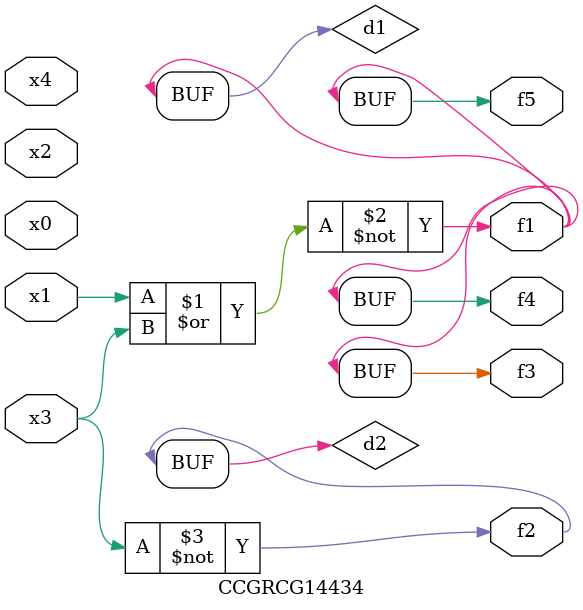
<source format=v>
module CCGRCG14434(
	input x0, x1, x2, x3, x4,
	output f1, f2, f3, f4, f5
);

	wire d1, d2;

	nor (d1, x1, x3);
	not (d2, x3);
	assign f1 = d1;
	assign f2 = d2;
	assign f3 = d1;
	assign f4 = d1;
	assign f5 = d1;
endmodule

</source>
